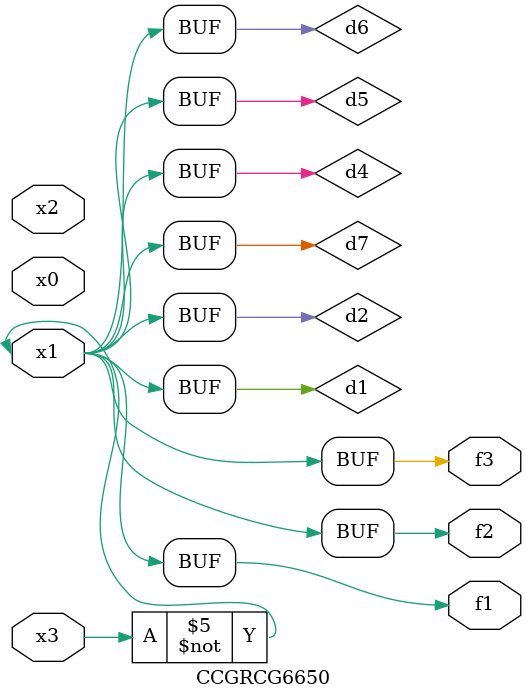
<source format=v>
module CCGRCG6650(
	input x0, x1, x2, x3,
	output f1, f2, f3
);

	wire d1, d2, d3, d4, d5, d6, d7;

	not (d1, x3);
	buf (d2, x1);
	xnor (d3, d1, d2);
	nor (d4, d1);
	buf (d5, d1, d2);
	buf (d6, d4, d5);
	nand (d7, d4);
	assign f1 = d6;
	assign f2 = d7;
	assign f3 = d6;
endmodule

</source>
